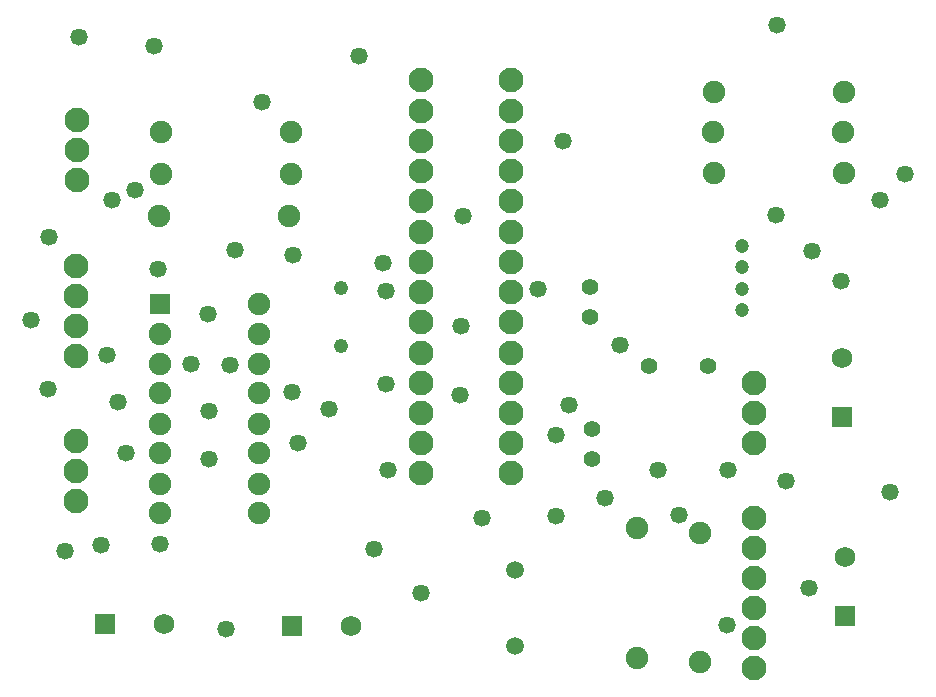
<source format=gts>
G04*
G04 #@! TF.GenerationSoftware,Altium Limited,Altium Designer,21.1.1 (26)*
G04*
G04 Layer_Color=8388736*
%FSLAX42Y42*%
%MOMM*%
G71*
G04*
G04 #@! TF.SameCoordinates,0D4DF387-93E8-4759-912B-AE2A25D3863C*
G04*
G04*
G04 #@! TF.FilePolarity,Negative*
G04*
G01*
G75*
%ADD14C,1.23*%
%ADD15C,1.90*%
%ADD16C,2.10*%
%ADD17C,1.40*%
%ADD18C,1.73*%
%ADD19R,1.73X1.73*%
%ADD20R,1.73X1.73*%
%ADD21R,1.70X1.70*%
%ADD22C,1.51*%
%ADD23C,1.20*%
%ADD24C,1.47*%
D14*
X2743Y3622D02*
D03*
Y3134D02*
D03*
D15*
X1203Y4229D02*
D03*
X2303D02*
D03*
X1215Y4585D02*
D03*
X2315D02*
D03*
X1215Y4940D02*
D03*
X2315D02*
D03*
X7002Y4597D02*
D03*
X5902D02*
D03*
X7002Y5283D02*
D03*
X5902D02*
D03*
X6993Y4940D02*
D03*
X5893D02*
D03*
X1206Y3238D02*
D03*
Y2984D02*
D03*
Y2731D02*
D03*
Y2476D02*
D03*
Y2223D02*
D03*
Y1968D02*
D03*
Y1715D02*
D03*
X2046Y3492D02*
D03*
Y2731D02*
D03*
Y2476D02*
D03*
Y2223D02*
D03*
Y1968D02*
D03*
Y1715D02*
D03*
Y3238D02*
D03*
Y2984D02*
D03*
X5245Y1591D02*
D03*
Y491D02*
D03*
X5778Y1553D02*
D03*
Y453D02*
D03*
D16*
X508Y4788D02*
D03*
Y4534D02*
D03*
Y5042D02*
D03*
X495Y2070D02*
D03*
Y2324D02*
D03*
Y1816D02*
D03*
X3414Y5381D02*
D03*
Y5125D02*
D03*
Y4869D02*
D03*
Y4613D02*
D03*
Y4357D02*
D03*
Y4101D02*
D03*
Y3845D02*
D03*
Y3589D02*
D03*
Y3333D02*
D03*
Y3077D02*
D03*
Y2821D02*
D03*
Y2565D02*
D03*
Y2309D02*
D03*
Y2053D02*
D03*
X4178Y5381D02*
D03*
Y5125D02*
D03*
Y4869D02*
D03*
Y4613D02*
D03*
Y4357D02*
D03*
Y4101D02*
D03*
Y3845D02*
D03*
Y3589D02*
D03*
Y3333D02*
D03*
Y3077D02*
D03*
Y2821D02*
D03*
Y2565D02*
D03*
Y2309D02*
D03*
Y2053D02*
D03*
X6236Y2565D02*
D03*
Y2819D02*
D03*
Y2311D02*
D03*
Y1676D02*
D03*
Y1168D02*
D03*
Y660D02*
D03*
Y1422D02*
D03*
Y914D02*
D03*
Y406D02*
D03*
X495Y3810D02*
D03*
Y3302D02*
D03*
Y3556D02*
D03*
Y3048D02*
D03*
D17*
X4864Y2172D02*
D03*
Y2426D02*
D03*
X4851Y3632D02*
D03*
Y3378D02*
D03*
X5351Y2959D02*
D03*
X5851D02*
D03*
D18*
X6985Y3031D02*
D03*
X2828Y762D02*
D03*
X1241Y775D02*
D03*
X7010Y1342D02*
D03*
D19*
X6985Y2531D02*
D03*
X7010Y842D02*
D03*
D20*
X2328Y762D02*
D03*
X741Y775D02*
D03*
D21*
X1206Y3492D02*
D03*
D22*
X4216Y1239D02*
D03*
Y589D02*
D03*
D23*
X6135Y3438D02*
D03*
Y3618D02*
D03*
Y3798D02*
D03*
Y3978D02*
D03*
D24*
X5601Y1702D02*
D03*
X758Y3052D02*
D03*
X5105Y3137D02*
D03*
X3137Y2083D02*
D03*
X2637Y2595D02*
D03*
X2375Y2311D02*
D03*
X2337Y3905D02*
D03*
X4674Y2629D02*
D03*
X1194Y3785D02*
D03*
X406Y1397D02*
D03*
X1613Y3404D02*
D03*
X1473Y2984D02*
D03*
X2070Y5194D02*
D03*
X6007Y771D02*
D03*
X1212Y1454D02*
D03*
X1765Y737D02*
D03*
X6426Y4242D02*
D03*
X3759Y3302D02*
D03*
X3772Y4229D02*
D03*
X3124Y3594D02*
D03*
X1845Y3946D02*
D03*
X260Y2769D02*
D03*
X267Y4051D02*
D03*
X521Y5747D02*
D03*
X1154Y5672D02*
D03*
X2896Y5588D02*
D03*
X5421Y2081D02*
D03*
X4407Y3619D02*
D03*
X4563Y2375D02*
D03*
X4559Y1689D02*
D03*
X4978Y1842D02*
D03*
X6731Y3937D02*
D03*
X7303Y4369D02*
D03*
X7518Y4585D02*
D03*
X6435Y5849D02*
D03*
X6972Y3683D02*
D03*
X7391Y1892D02*
D03*
X6506Y1985D02*
D03*
X6700Y1083D02*
D03*
X3937Y1676D02*
D03*
X3416Y1041D02*
D03*
X3023Y1410D02*
D03*
X921Y2229D02*
D03*
X711Y1448D02*
D03*
X851Y2654D02*
D03*
X116Y3353D02*
D03*
X996Y4452D02*
D03*
X800Y4369D02*
D03*
X2324Y2743D02*
D03*
X1803Y2972D02*
D03*
X4623Y4864D02*
D03*
X3099Y3835D02*
D03*
X3124Y2807D02*
D03*
X3747Y2718D02*
D03*
X6020Y2083D02*
D03*
X1623Y2586D02*
D03*
X1626Y2178D02*
D03*
M02*

</source>
